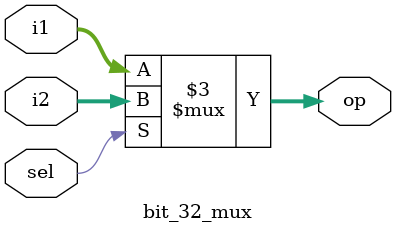
<source format=v>
`timescale 1ns/1ps

module bit_32_mux( input[31:0] i1, i2, input sel, output reg [31:0] op);

always @(*)
begin
    if(sel)
		begin
        op = i2;
		end
    else
	   begin
        op = i1;
		end
end

endmodule
</source>
